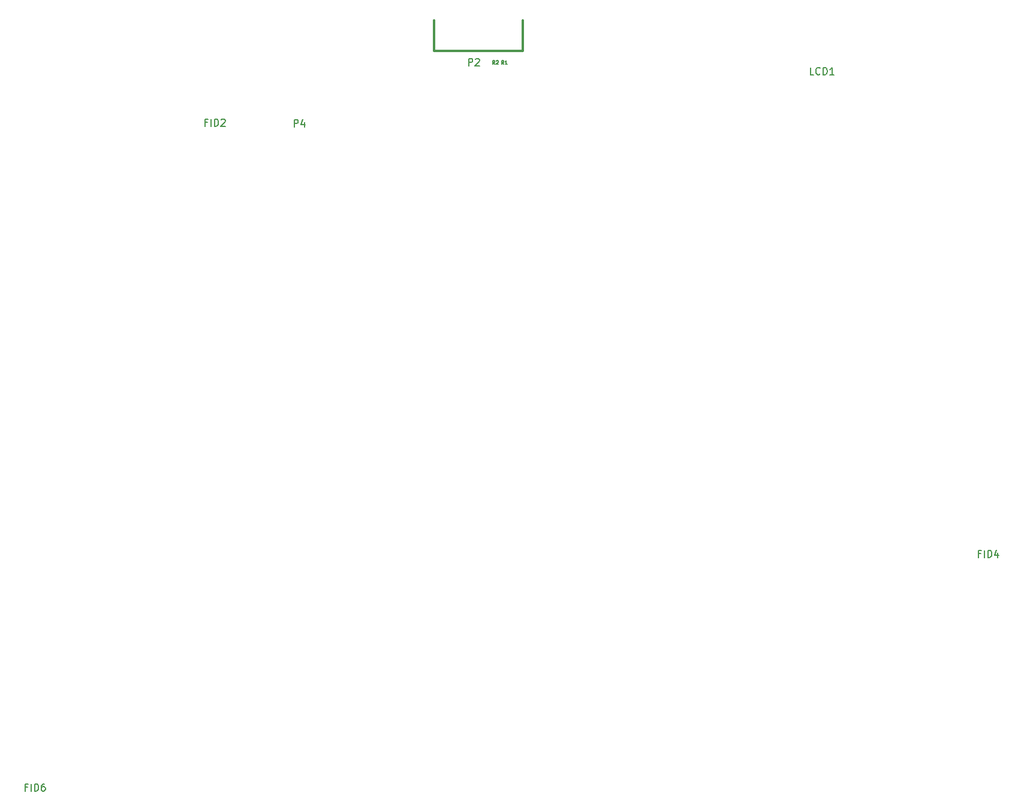
<source format=gto>
G04 #@! TF.FileFunction,Legend,Top*
%FSLAX46Y46*%
G04 Gerber Fmt 4.6, Leading zero omitted, Abs format (unit mm)*
G04 Created by KiCad (PCBNEW (2015-07-17 BZR 5958)-product) date 8/7/2015 1:36:20 AM*
%MOMM*%
G01*
G04 APERTURE LIST*
%ADD10C,0.150000*%
%ADD11C,0.300000*%
%ADD12C,0.127000*%
%ADD13C,0.200000*%
G04 APERTURE END LIST*
D10*
D11*
X113471000Y-42822000D02*
X113471000Y-47122000D01*
X100921000Y-47122000D02*
X100921000Y-42822000D01*
X100921000Y-47122000D02*
X113471000Y-47122000D01*
D12*
X109516333Y-48997810D02*
X109347000Y-48755905D01*
X109226047Y-48997810D02*
X109226047Y-48489810D01*
X109419571Y-48489810D01*
X109467952Y-48514000D01*
X109492143Y-48538190D01*
X109516333Y-48586571D01*
X109516333Y-48659143D01*
X109492143Y-48707524D01*
X109467952Y-48731714D01*
X109419571Y-48755905D01*
X109226047Y-48755905D01*
X109709857Y-48538190D02*
X109734047Y-48514000D01*
X109782428Y-48489810D01*
X109903381Y-48489810D01*
X109951762Y-48514000D01*
X109975952Y-48538190D01*
X110000143Y-48586571D01*
X110000143Y-48634952D01*
X109975952Y-48707524D01*
X109685666Y-48997810D01*
X110000143Y-48997810D01*
X110786333Y-48997810D02*
X110617000Y-48755905D01*
X110496047Y-48997810D02*
X110496047Y-48489810D01*
X110689571Y-48489810D01*
X110737952Y-48514000D01*
X110762143Y-48538190D01*
X110786333Y-48586571D01*
X110786333Y-48659143D01*
X110762143Y-48707524D01*
X110737952Y-48731714D01*
X110689571Y-48755905D01*
X110496047Y-48755905D01*
X111270143Y-48997810D02*
X110979857Y-48997810D01*
X111125000Y-48997810D02*
X111125000Y-48489810D01*
X111076619Y-48562381D01*
X111028238Y-48610762D01*
X110979857Y-48634952D01*
D13*
X105814905Y-49220381D02*
X105814905Y-48220381D01*
X106195858Y-48220381D01*
X106291096Y-48268000D01*
X106338715Y-48315619D01*
X106386334Y-48410857D01*
X106386334Y-48553714D01*
X106338715Y-48648952D01*
X106291096Y-48696571D01*
X106195858Y-48744190D01*
X105814905Y-48744190D01*
X106767286Y-48315619D02*
X106814905Y-48268000D01*
X106910143Y-48220381D01*
X107148239Y-48220381D01*
X107243477Y-48268000D01*
X107291096Y-48315619D01*
X107338715Y-48410857D01*
X107338715Y-48506095D01*
X107291096Y-48648952D01*
X106719667Y-49220381D01*
X107338715Y-49220381D01*
X81176905Y-57856381D02*
X81176905Y-56856381D01*
X81557858Y-56856381D01*
X81653096Y-56904000D01*
X81700715Y-56951619D01*
X81748334Y-57046857D01*
X81748334Y-57189714D01*
X81700715Y-57284952D01*
X81653096Y-57332571D01*
X81557858Y-57380190D01*
X81176905Y-57380190D01*
X82605477Y-57189714D02*
X82605477Y-57856381D01*
X82367381Y-56808762D02*
X82129286Y-57523048D01*
X82748334Y-57523048D01*
X154535334Y-50490381D02*
X154059143Y-50490381D01*
X154059143Y-49490381D01*
X155440096Y-50395143D02*
X155392477Y-50442762D01*
X155249620Y-50490381D01*
X155154382Y-50490381D01*
X155011524Y-50442762D01*
X154916286Y-50347524D01*
X154868667Y-50252286D01*
X154821048Y-50061810D01*
X154821048Y-49918952D01*
X154868667Y-49728476D01*
X154916286Y-49633238D01*
X155011524Y-49538000D01*
X155154382Y-49490381D01*
X155249620Y-49490381D01*
X155392477Y-49538000D01*
X155440096Y-49585619D01*
X155868667Y-50490381D02*
X155868667Y-49490381D01*
X156106762Y-49490381D01*
X156249620Y-49538000D01*
X156344858Y-49633238D01*
X156392477Y-49728476D01*
X156440096Y-49918952D01*
X156440096Y-50061810D01*
X156392477Y-50252286D01*
X156344858Y-50347524D01*
X156249620Y-50442762D01*
X156106762Y-50490381D01*
X155868667Y-50490381D01*
X157392477Y-50490381D02*
X156821048Y-50490381D01*
X157106762Y-50490381D02*
X157106762Y-49490381D01*
X157011524Y-49633238D01*
X156916286Y-49728476D01*
X156821048Y-49776095D01*
X43505572Y-151226571D02*
X43172238Y-151226571D01*
X43172238Y-151750381D02*
X43172238Y-150750381D01*
X43648429Y-150750381D01*
X44029381Y-151750381D02*
X44029381Y-150750381D01*
X44505571Y-151750381D02*
X44505571Y-150750381D01*
X44743666Y-150750381D01*
X44886524Y-150798000D01*
X44981762Y-150893238D01*
X45029381Y-150988476D01*
X45077000Y-151178952D01*
X45077000Y-151321810D01*
X45029381Y-151512286D01*
X44981762Y-151607524D01*
X44886524Y-151702762D01*
X44743666Y-151750381D01*
X44505571Y-151750381D01*
X45934143Y-150750381D02*
X45743666Y-150750381D01*
X45648428Y-150798000D01*
X45600809Y-150845619D01*
X45505571Y-150988476D01*
X45457952Y-151178952D01*
X45457952Y-151559905D01*
X45505571Y-151655143D01*
X45553190Y-151702762D01*
X45648428Y-151750381D01*
X45838905Y-151750381D01*
X45934143Y-151702762D01*
X45981762Y-151655143D01*
X46029381Y-151559905D01*
X46029381Y-151321810D01*
X45981762Y-151226571D01*
X45934143Y-151178952D01*
X45838905Y-151131333D01*
X45648428Y-151131333D01*
X45553190Y-151178952D01*
X45505571Y-151226571D01*
X45457952Y-151321810D01*
X178125572Y-118206571D02*
X177792238Y-118206571D01*
X177792238Y-118730381D02*
X177792238Y-117730381D01*
X178268429Y-117730381D01*
X178649381Y-118730381D02*
X178649381Y-117730381D01*
X179125571Y-118730381D02*
X179125571Y-117730381D01*
X179363666Y-117730381D01*
X179506524Y-117778000D01*
X179601762Y-117873238D01*
X179649381Y-117968476D01*
X179697000Y-118158952D01*
X179697000Y-118301810D01*
X179649381Y-118492286D01*
X179601762Y-118587524D01*
X179506524Y-118682762D01*
X179363666Y-118730381D01*
X179125571Y-118730381D01*
X180554143Y-118063714D02*
X180554143Y-118730381D01*
X180316047Y-117682762D02*
X180077952Y-118397048D01*
X180697000Y-118397048D01*
X68905572Y-57246571D02*
X68572238Y-57246571D01*
X68572238Y-57770381D02*
X68572238Y-56770381D01*
X69048429Y-56770381D01*
X69429381Y-57770381D02*
X69429381Y-56770381D01*
X69905571Y-57770381D02*
X69905571Y-56770381D01*
X70143666Y-56770381D01*
X70286524Y-56818000D01*
X70381762Y-56913238D01*
X70429381Y-57008476D01*
X70477000Y-57198952D01*
X70477000Y-57341810D01*
X70429381Y-57532286D01*
X70381762Y-57627524D01*
X70286524Y-57722762D01*
X70143666Y-57770381D01*
X69905571Y-57770381D01*
X70857952Y-56865619D02*
X70905571Y-56818000D01*
X71000809Y-56770381D01*
X71238905Y-56770381D01*
X71334143Y-56818000D01*
X71381762Y-56865619D01*
X71429381Y-56960857D01*
X71429381Y-57056095D01*
X71381762Y-57198952D01*
X70810333Y-57770381D01*
X71429381Y-57770381D01*
M02*

</source>
